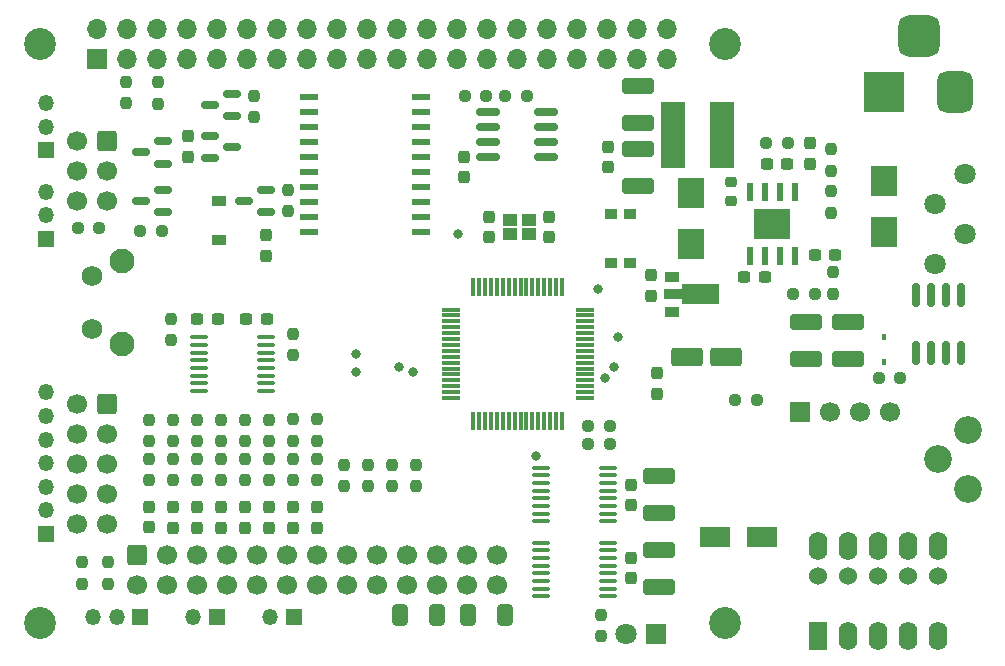
<source format=gts>
G04 #@! TF.GenerationSoftware,KiCad,Pcbnew,9.0.2*
G04 #@! TF.CreationDate,2025-06-09T18:33:26+02:00*
G04 #@! TF.ProjectId,RPI-Electronics_V2.1,5250492d-456c-4656-9374-726f6e696373,rev?*
G04 #@! TF.SameCoordinates,Original*
G04 #@! TF.FileFunction,Soldermask,Top*
G04 #@! TF.FilePolarity,Negative*
%FSLAX46Y46*%
G04 Gerber Fmt 4.6, Leading zero omitted, Abs format (unit mm)*
G04 Created by KiCad (PCBNEW 9.0.2) date 2025-06-09 18:33:26*
%MOMM*%
%LPD*%
G01*
G04 APERTURE LIST*
G04 Aperture macros list*
%AMRoundRect*
0 Rectangle with rounded corners*
0 $1 Rounding radius*
0 $2 $3 $4 $5 $6 $7 $8 $9 X,Y pos of 4 corners*
0 Add a 4 corners polygon primitive as box body*
4,1,4,$2,$3,$4,$5,$6,$7,$8,$9,$2,$3,0*
0 Add four circle primitives for the rounded corners*
1,1,$1+$1,$2,$3*
1,1,$1+$1,$4,$5*
1,1,$1+$1,$6,$7*
1,1,$1+$1,$8,$9*
0 Add four rect primitives between the rounded corners*
20,1,$1+$1,$2,$3,$4,$5,0*
20,1,$1+$1,$4,$5,$6,$7,0*
20,1,$1+$1,$6,$7,$8,$9,0*
20,1,$1+$1,$8,$9,$2,$3,0*%
%AMFreePoly0*
4,1,9,3.862500,-0.866500,0.737500,-0.866500,0.737500,-0.450000,-0.737500,-0.450000,-0.737500,0.450000,0.737500,0.450000,0.737500,0.866500,3.862500,0.866500,3.862500,-0.866500,3.862500,-0.866500,$1*%
G04 Aperture macros list end*
%ADD10RoundRect,0.075000X-0.075000X0.700000X-0.075000X-0.700000X0.075000X-0.700000X0.075000X0.700000X0*%
%ADD11RoundRect,0.075000X-0.700000X0.075000X-0.700000X-0.075000X0.700000X-0.075000X0.700000X0.075000X0*%
%ADD12R,0.600000X1.550000*%
%ADD13R,3.100000X2.600000*%
%ADD14R,1.500000X0.600000*%
%ADD15RoundRect,0.237500X0.237500X-0.250000X0.237500X0.250000X-0.237500X0.250000X-0.237500X-0.250000X0*%
%ADD16RoundRect,0.237500X-0.237500X0.250000X-0.237500X-0.250000X0.237500X-0.250000X0.237500X0.250000X0*%
%ADD17RoundRect,0.237500X0.250000X0.237500X-0.250000X0.237500X-0.250000X-0.237500X0.250000X-0.237500X0*%
%ADD18RoundRect,0.237500X-0.250000X-0.237500X0.250000X-0.237500X0.250000X0.237500X-0.250000X0.237500X0*%
%ADD19RoundRect,0.150000X0.587500X0.150000X-0.587500X0.150000X-0.587500X-0.150000X0.587500X-0.150000X0*%
%ADD20RoundRect,0.237500X-0.237500X0.300000X-0.237500X-0.300000X0.237500X-0.300000X0.237500X0.300000X0*%
%ADD21RoundRect,0.237500X0.237500X-0.300000X0.237500X0.300000X-0.237500X0.300000X-0.237500X-0.300000X0*%
%ADD22RoundRect,0.237500X-0.300000X-0.237500X0.300000X-0.237500X0.300000X0.237500X-0.300000X0.237500X0*%
%ADD23RoundRect,0.237500X0.300000X0.237500X-0.300000X0.237500X-0.300000X-0.237500X0.300000X-0.237500X0*%
%ADD24R,1.200000X1.000000*%
%ADD25RoundRect,0.250000X-1.075000X-0.550000X1.075000X-0.550000X1.075000X0.550000X-1.075000X0.550000X0*%
%ADD26RoundRect,0.150000X0.825000X0.150000X-0.825000X0.150000X-0.825000X-0.150000X0.825000X-0.150000X0*%
%ADD27RoundRect,0.225000X-0.250000X0.225000X-0.250000X-0.225000X0.250000X-0.225000X0.250000X0.225000X0*%
%ADD28RoundRect,0.250000X-1.100000X0.412500X-1.100000X-0.412500X1.100000X-0.412500X1.100000X0.412500X0*%
%ADD29R,1.300000X0.900000*%
%ADD30FreePoly0,0.000000*%
%ADD31R,2.000000X5.700000*%
%ADD32RoundRect,0.150000X-0.587500X-0.150000X0.587500X-0.150000X0.587500X0.150000X-0.587500X0.150000X0*%
%ADD33R,3.500000X3.500000*%
%ADD34RoundRect,0.750000X0.750000X1.000000X-0.750000X1.000000X-0.750000X-1.000000X0.750000X-1.000000X0*%
%ADD35RoundRect,0.875000X0.875000X0.875000X-0.875000X0.875000X-0.875000X-0.875000X0.875000X-0.875000X0*%
%ADD36RoundRect,0.100000X-0.637500X-0.100000X0.637500X-0.100000X0.637500X0.100000X-0.637500X0.100000X0*%
%ADD37R,1.350000X1.350000*%
%ADD38O,1.350000X1.350000*%
%ADD39R,1.200000X0.900000*%
%ADD40RoundRect,0.250000X1.100000X-0.412500X1.100000X0.412500X-1.100000X0.412500X-1.100000X-0.412500X0*%
%ADD41R,2.300000X2.500000*%
%ADD42C,1.800000*%
%ADD43RoundRect,0.150000X0.150000X-0.825000X0.150000X0.825000X-0.150000X0.825000X-0.150000X-0.825000X0*%
%ADD44RoundRect,0.250000X-0.412500X-0.650000X0.412500X-0.650000X0.412500X0.650000X-0.412500X0.650000X0*%
%ADD45C,2.340000*%
%ADD46R,1.600000X2.400000*%
%ADD47C,1.524000*%
%ADD48O,1.600000X2.400000*%
%ADD49R,2.500000X1.800000*%
%ADD50R,1.800000X1.800000*%
%ADD51C,2.700000*%
%ADD52R,1.700000X1.700000*%
%ADD53C,1.700000*%
%ADD54C,0.800000*%
%ADD55R,1.000000X0.900000*%
%ADD56R,0.450000X0.600000*%
%ADD57RoundRect,0.250000X0.600000X0.600000X-0.600000X0.600000X-0.600000X-0.600000X0.600000X-0.600000X0*%
%ADD58O,1.700000X1.700000*%
%ADD59C,2.100000*%
%ADD60C,1.750000*%
%ADD61RoundRect,0.250000X-0.600000X0.600000X-0.600000X-0.600000X0.600000X-0.600000X0.600000X0.600000X0*%
G04 APERTURE END LIST*
D10*
X184852000Y-82483000D03*
X184352000Y-82483000D03*
X183852000Y-82483000D03*
X183352000Y-82483000D03*
X182852000Y-82483000D03*
X182352000Y-82483000D03*
X181852000Y-82483000D03*
X181352000Y-82483000D03*
X180852000Y-82483000D03*
X180352000Y-82483000D03*
X179852000Y-82483000D03*
X179352000Y-82483000D03*
X178852000Y-82483000D03*
X178352000Y-82483000D03*
X177852000Y-82483000D03*
X177352000Y-82483000D03*
D11*
X175427000Y-84408000D03*
X175427000Y-84908000D03*
X175427000Y-85408000D03*
X175427000Y-85908000D03*
X175427000Y-86408000D03*
X175427000Y-86908000D03*
X175427000Y-87408000D03*
X175427000Y-87908000D03*
X175427000Y-88408000D03*
X175427000Y-88908000D03*
X175427000Y-89408000D03*
X175427000Y-89908000D03*
X175427000Y-90408000D03*
X175427000Y-90908000D03*
X175427000Y-91408000D03*
X175427000Y-91908000D03*
D10*
X177352000Y-93833000D03*
X177852000Y-93833000D03*
X178352000Y-93833000D03*
X178852000Y-93833000D03*
X179352000Y-93833000D03*
X179852000Y-93833000D03*
X180352000Y-93833000D03*
X180852000Y-93833000D03*
X181352000Y-93833000D03*
X181852000Y-93833000D03*
X182352000Y-93833000D03*
X182852000Y-93833000D03*
X183352000Y-93833000D03*
X183852000Y-93833000D03*
X184352000Y-93833000D03*
X184852000Y-93833000D03*
D11*
X186777000Y-91908000D03*
X186777000Y-91408000D03*
X186777000Y-90908000D03*
X186777000Y-90408000D03*
X186777000Y-89908000D03*
X186777000Y-89408000D03*
X186777000Y-88908000D03*
X186777000Y-88408000D03*
X186777000Y-87908000D03*
X186777000Y-87408000D03*
X186777000Y-86908000D03*
X186777000Y-86408000D03*
X186777000Y-85908000D03*
X186777000Y-85408000D03*
X186777000Y-84908000D03*
X186777000Y-84408000D03*
D12*
X200772000Y-79853000D03*
X202042000Y-79853000D03*
X203312000Y-79853000D03*
X204582000Y-79853000D03*
X204582000Y-74453000D03*
X203312000Y-74453000D03*
X202042000Y-74453000D03*
X200772000Y-74453000D03*
D13*
X202677000Y-77153000D03*
D14*
X172898000Y-77871000D03*
X172898000Y-76601000D03*
X172898000Y-75331000D03*
X172898000Y-74061000D03*
X172898000Y-72791000D03*
X172898000Y-71521000D03*
X172898000Y-70251000D03*
X172898000Y-68981000D03*
X172898000Y-67711000D03*
X172898000Y-66441000D03*
X163398000Y-66441000D03*
X163398000Y-67711000D03*
X163398000Y-68981000D03*
X163398000Y-70251000D03*
X163398000Y-71521000D03*
X163398000Y-72791000D03*
X163398000Y-74061000D03*
X163398000Y-75331000D03*
X163398000Y-76601000D03*
X163398000Y-77871000D03*
D15*
X146448800Y-107644300D03*
X146448800Y-105819300D03*
D16*
X147972800Y-65128500D03*
X147972800Y-66953500D03*
X150622000Y-65147500D03*
X150622000Y-66972500D03*
D17*
X178450900Y-66295000D03*
X176625900Y-66295000D03*
D15*
X207645000Y-76220000D03*
X207645000Y-74395000D03*
D16*
X207645000Y-70839000D03*
X207645000Y-72664000D03*
D18*
X180054900Y-66295000D03*
X181879900Y-66295000D03*
D17*
X203997000Y-70290500D03*
X202172000Y-70290500D03*
D18*
X143859900Y-77471000D03*
X145684900Y-77471000D03*
D16*
X207772000Y-81253000D03*
X207772000Y-83078000D03*
D18*
X204423000Y-83078000D03*
X206248000Y-83078000D03*
X149145000Y-77725000D03*
X150970000Y-77725000D03*
D19*
X151067500Y-76174000D03*
X151067500Y-74274000D03*
X149192500Y-75224000D03*
D20*
X192905400Y-89816500D03*
X192905400Y-91541500D03*
D21*
X192397400Y-83222500D03*
X192397400Y-81497500D03*
X176522400Y-73228100D03*
X176522400Y-71503100D03*
X183761400Y-78307000D03*
X183761400Y-76582000D03*
D20*
X178681400Y-76582000D03*
X178681400Y-78307000D03*
D22*
X202222000Y-72073000D03*
X203947000Y-72073000D03*
D20*
X205852000Y-70348000D03*
X205852000Y-72073000D03*
D22*
X206248000Y-79776000D03*
X207973000Y-79776000D03*
D23*
X202015500Y-81681000D03*
X200290500Y-81681000D03*
D20*
X159758400Y-78132500D03*
X159758400Y-79857500D03*
D24*
X180441400Y-78048500D03*
X182041400Y-78048500D03*
X182041400Y-76848500D03*
X180441400Y-76848500D03*
D25*
X195421400Y-88393000D03*
X198771400Y-88393000D03*
D26*
X183542000Y-71475600D03*
X183542000Y-70205600D03*
X183542000Y-68935600D03*
X183542000Y-67665600D03*
X178592000Y-67665600D03*
X178592000Y-68935600D03*
X178592000Y-70205600D03*
X178592000Y-71475600D03*
D27*
X199128400Y-73648000D03*
X199128400Y-75198000D03*
D28*
X205478400Y-85433500D03*
X205478400Y-88558500D03*
X209034400Y-85433500D03*
X209034400Y-88558500D03*
D29*
X194169000Y-81622000D03*
D30*
X194256500Y-83122000D03*
D29*
X194169000Y-84622000D03*
D31*
X194233000Y-69616000D03*
X198433000Y-69616000D03*
D32*
X155018500Y-69682000D03*
X155018500Y-71582000D03*
X156893500Y-70632000D03*
D16*
X158750000Y-66314000D03*
X158750000Y-68139000D03*
D33*
X212090000Y-65982500D03*
D34*
X218090000Y-65982500D03*
D35*
X215090000Y-61282500D03*
D36*
X154109500Y-86752000D03*
X154109500Y-87402000D03*
X154109500Y-88052000D03*
X154109500Y-88702000D03*
X154109500Y-89352000D03*
X154109500Y-90002000D03*
X154109500Y-90652000D03*
X154109500Y-91302000D03*
X159834500Y-91302000D03*
X159834500Y-90652000D03*
X159834500Y-90002000D03*
X159834500Y-89352000D03*
X159834500Y-88702000D03*
X159834500Y-88052000D03*
X159834500Y-87402000D03*
X159834500Y-86752000D03*
D16*
X151765000Y-85190000D03*
X151765000Y-87015000D03*
X162052000Y-86463500D03*
X162052000Y-88288500D03*
X188152400Y-110258500D03*
X188152400Y-112083500D03*
D15*
X170434000Y-99361000D03*
X170434000Y-97536000D03*
X166370000Y-99361000D03*
X166370000Y-97536000D03*
X164084000Y-95524000D03*
X164084000Y-93699000D03*
X162052000Y-95524000D03*
X162052000Y-93699000D03*
X160020000Y-95547500D03*
X160020000Y-93722500D03*
X157988000Y-95547500D03*
X157988000Y-93722500D03*
X155956000Y-95547500D03*
X155956000Y-93722500D03*
X153924000Y-95547500D03*
X153924000Y-93722500D03*
X151892000Y-95547500D03*
X151892000Y-93722500D03*
X149860000Y-95547500D03*
X149860000Y-93722500D03*
D23*
X159866500Y-85217000D03*
X158141500Y-85217000D03*
D22*
X153977000Y-85217000D03*
X155702000Y-85217000D03*
D20*
X162052000Y-101138500D03*
X162052000Y-102863500D03*
X160020000Y-101138500D03*
X160020000Y-102863500D03*
X157988000Y-101138500D03*
X157988000Y-102863500D03*
X155956000Y-101138500D03*
X155956000Y-102863500D03*
X153924000Y-101138500D03*
X153924000Y-102863500D03*
X151892000Y-101138500D03*
X151892000Y-102863500D03*
D18*
X187091000Y-95778000D03*
X188916000Y-95778000D03*
X187091000Y-94254000D03*
X188916000Y-94254000D03*
D19*
X151067500Y-72049000D03*
X151067500Y-70149000D03*
X149192500Y-71099000D03*
X156909500Y-68026000D03*
X156909500Y-66126000D03*
X155034500Y-67076000D03*
D20*
X149860000Y-101112000D03*
X149860000Y-102837000D03*
D37*
X149152400Y-110421000D03*
D38*
X147152400Y-110421000D03*
X145152400Y-110421000D03*
D37*
X141152400Y-78421000D03*
D38*
X141152400Y-76421000D03*
X141152400Y-74421000D03*
D39*
X155821400Y-75186000D03*
X155821400Y-78486000D03*
D16*
X161663400Y-74268000D03*
X161663400Y-76093000D03*
D20*
X153162000Y-69743000D03*
X153162000Y-71468000D03*
D15*
X144213600Y-107644300D03*
X144213600Y-105819300D03*
D40*
X191254400Y-68619500D03*
X191254400Y-65494500D03*
D20*
X188714400Y-70639500D03*
X188714400Y-72364500D03*
D41*
X195819000Y-74578000D03*
X195819000Y-78878000D03*
D20*
X164084000Y-101138500D03*
X164084000Y-102863500D03*
D16*
X164084000Y-97024500D03*
X164084000Y-98849500D03*
X162052000Y-97024500D03*
X162052000Y-98849500D03*
X160020000Y-97024500D03*
X160020000Y-98849500D03*
X157988000Y-97048000D03*
X157988000Y-98873000D03*
X155956000Y-97048000D03*
X155956000Y-98873000D03*
X153924000Y-97048000D03*
X153924000Y-98873000D03*
X151892000Y-97048000D03*
X151892000Y-98873000D03*
X149860000Y-97048000D03*
X149860000Y-98873000D03*
D37*
X141152400Y-70921000D03*
D38*
X141152400Y-68921000D03*
X141152400Y-66921000D03*
D19*
X159830500Y-76154000D03*
X159830500Y-74254000D03*
X157955500Y-75204000D03*
D15*
X168402000Y-99361000D03*
X168402000Y-97536000D03*
X172466000Y-99361000D03*
X172466000Y-97536000D03*
D42*
X216400400Y-75439000D03*
X218940400Y-72899000D03*
D43*
X214851000Y-88124800D03*
X216121000Y-88124800D03*
X217391000Y-88124800D03*
X218661000Y-88124800D03*
X218661000Y-83174800D03*
X217391000Y-83174800D03*
X216121000Y-83174800D03*
X214851000Y-83174800D03*
D17*
X213502900Y-90171000D03*
X211677900Y-90171000D03*
D42*
X216400400Y-80519000D03*
X218940400Y-77979000D03*
D20*
X190687900Y-105422000D03*
X190687900Y-107147000D03*
D36*
X183057900Y-104152000D03*
X183057900Y-104802000D03*
X183057900Y-105452000D03*
X183057900Y-106102000D03*
X183057900Y-106752000D03*
X183057900Y-107402000D03*
X183057900Y-108052000D03*
X183057900Y-108702000D03*
X188782900Y-108702000D03*
X188782900Y-108052000D03*
X188782900Y-107402000D03*
X188782900Y-106752000D03*
X188782900Y-106102000D03*
X188782900Y-105452000D03*
X188782900Y-104802000D03*
X188782900Y-104152000D03*
D40*
X193032400Y-107912000D03*
X193032400Y-104787000D03*
D44*
X176864900Y-110237000D03*
X179989900Y-110237000D03*
D45*
X219194400Y-99569000D03*
X216694400Y-97069000D03*
X219194400Y-94569000D03*
D46*
X206499400Y-112045000D03*
D47*
X206499400Y-106965000D03*
D48*
X209039400Y-112045000D03*
D47*
X209039400Y-106965000D03*
D48*
X211579400Y-112045000D03*
D47*
X211579400Y-106965000D03*
D48*
X214119400Y-112045000D03*
D47*
X214119400Y-106965000D03*
D48*
X216659400Y-112045000D03*
D47*
X216659400Y-106965000D03*
D48*
X216659400Y-104425000D03*
X214119400Y-104425000D03*
X211579400Y-104425000D03*
X209039400Y-104425000D03*
X206499400Y-104425000D03*
D20*
X190687900Y-99272000D03*
X190687900Y-100997000D03*
D40*
X193032400Y-101639500D03*
X193032400Y-98514500D03*
D36*
X183057900Y-97802000D03*
X183057900Y-98452000D03*
X183057900Y-99102000D03*
X183057900Y-99752000D03*
X183057900Y-100402000D03*
X183057900Y-101052000D03*
X183057900Y-101702000D03*
X183057900Y-102352000D03*
X188782900Y-102352000D03*
X188782900Y-101702000D03*
X188782900Y-101052000D03*
X188782900Y-100402000D03*
X188782900Y-99752000D03*
X188782900Y-99102000D03*
X188782900Y-98452000D03*
X188782900Y-97802000D03*
D44*
X171149900Y-110256000D03*
X174274900Y-110256000D03*
D49*
X197788800Y-103683800D03*
X201788800Y-103683800D03*
D50*
X192783400Y-111888000D03*
D42*
X190243400Y-111888000D03*
D37*
X162152400Y-110421000D03*
D38*
X160152400Y-110421000D03*
D51*
X198652400Y-61921000D03*
D52*
X204978400Y-93062400D03*
D53*
X207518400Y-93062400D03*
X210058400Y-93062400D03*
X212598400Y-93062400D03*
D54*
X172204400Y-89663000D03*
D51*
X140652400Y-61921000D03*
D54*
X167378400Y-89663000D03*
X167378400Y-88139000D03*
D37*
X141152400Y-103421000D03*
D38*
X141152400Y-101421000D03*
X141152400Y-99421000D03*
X141152400Y-97421000D03*
X141152400Y-95421000D03*
X141152400Y-93421000D03*
X141152400Y-91421000D03*
D54*
X188460400Y-90221800D03*
D28*
X191254400Y-70790000D03*
X191254400Y-73915000D03*
D54*
X187902400Y-82671000D03*
D55*
X189032000Y-80435400D03*
X189032000Y-76335400D03*
X190632000Y-80435400D03*
X190632000Y-76335400D03*
D51*
X198652400Y-110921000D03*
X140652400Y-110921000D03*
D18*
X199517500Y-92068000D03*
X201342500Y-92068000D03*
D41*
X212082400Y-77843000D03*
X212082400Y-73543000D03*
D56*
X212082400Y-86771000D03*
X212082400Y-88871000D03*
D54*
X189273200Y-89256600D03*
X176014400Y-77979000D03*
D37*
X155652400Y-110421000D03*
D38*
X153652400Y-110421000D03*
D54*
X182618400Y-96775000D03*
X171036000Y-89256600D03*
X189603400Y-86742000D03*
D57*
X146352400Y-70121000D03*
D53*
X143812400Y-70121000D03*
X146352400Y-72661000D03*
X143812400Y-72661000D03*
X146352400Y-75201000D03*
X143812400Y-75201000D03*
D52*
X145522400Y-63191000D03*
D58*
X145522400Y-60651000D03*
X148062400Y-63191000D03*
X148062400Y-60651000D03*
X150602400Y-63191000D03*
X150602400Y-60651000D03*
X153142400Y-63191000D03*
X153142400Y-60651000D03*
X155682400Y-63191000D03*
X155682400Y-60651000D03*
X158222400Y-63191000D03*
X158222400Y-60651000D03*
X160762400Y-63191000D03*
X160762400Y-60651000D03*
X163302400Y-63191000D03*
X163302400Y-60651000D03*
X165842400Y-63191000D03*
X165842400Y-60651000D03*
X168382400Y-63191000D03*
X168382400Y-60651000D03*
X170922400Y-63191000D03*
X170922400Y-60651000D03*
X173462400Y-63191000D03*
X173462400Y-60651000D03*
X176002400Y-63191000D03*
X176002400Y-60651000D03*
X178542400Y-63191000D03*
X178542400Y-60651000D03*
X181082400Y-63191000D03*
X181082400Y-60651000D03*
X183622400Y-63191000D03*
X183622400Y-60651000D03*
X186162400Y-63191000D03*
X186162400Y-60651000D03*
X188702400Y-63191000D03*
X188702400Y-60651000D03*
X191242400Y-63191000D03*
X191242400Y-60651000D03*
X193782400Y-63191000D03*
X193782400Y-60651000D03*
D59*
X147573900Y-80285000D03*
X147573900Y-87295000D03*
D60*
X145083900Y-81535000D03*
X145083900Y-86035000D03*
D57*
X146352400Y-92421000D03*
D53*
X143812400Y-92421000D03*
X146352400Y-94961000D03*
X143812400Y-94961000D03*
X146352400Y-97501000D03*
X143812400Y-97501000D03*
X146352400Y-100041000D03*
X143812400Y-100041000D03*
X146352400Y-102581000D03*
X143812400Y-102581000D03*
D61*
X148852400Y-105221000D03*
D53*
X148852400Y-107761000D03*
X151392400Y-105221000D03*
X151392400Y-107761000D03*
X153932400Y-105221000D03*
X153932400Y-107761000D03*
X156472400Y-105221000D03*
X156472400Y-107761000D03*
X159012400Y-105221000D03*
X159012400Y-107761000D03*
X161552400Y-105221000D03*
X161552400Y-107761000D03*
X164092400Y-105221000D03*
X164092400Y-107761000D03*
X166632400Y-105221000D03*
X166632400Y-107761000D03*
X169172400Y-105221000D03*
X169172400Y-107761000D03*
X171712400Y-105221000D03*
X171712400Y-107761000D03*
X174252400Y-105221000D03*
X174252400Y-107761000D03*
X176792400Y-105221000D03*
X176792400Y-107761000D03*
X179332400Y-105221000D03*
X179332400Y-107761000D03*
M02*

</source>
